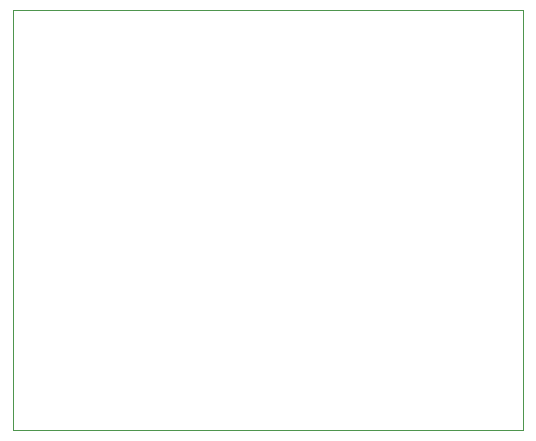
<source format=gm1>
%TF.GenerationSoftware,KiCad,Pcbnew,(5.1.10)-1*%
%TF.CreationDate,2021-06-21T00:52:30-07:00*%
%TF.ProjectId,LED Matrix,4c454420-4d61-4747-9269-782e6b696361,v01*%
%TF.SameCoordinates,Original*%
%TF.FileFunction,Profile,NP*%
%FSLAX46Y46*%
G04 Gerber Fmt 4.6, Leading zero omitted, Abs format (unit mm)*
G04 Created by KiCad (PCBNEW (5.1.10)-1) date 2021-06-21 00:52:30*
%MOMM*%
%LPD*%
G01*
G04 APERTURE LIST*
%TA.AperFunction,Profile*%
%ADD10C,0.025400*%
%TD*%
G04 APERTURE END LIST*
D10*
X165100000Y-111760000D02*
X121920000Y-111760000D01*
X165100000Y-76200000D02*
X165100000Y-111760000D01*
X121920000Y-76200000D02*
X165100000Y-76200000D01*
X121920000Y-76200000D02*
X121920000Y-111760000D01*
M02*

</source>
